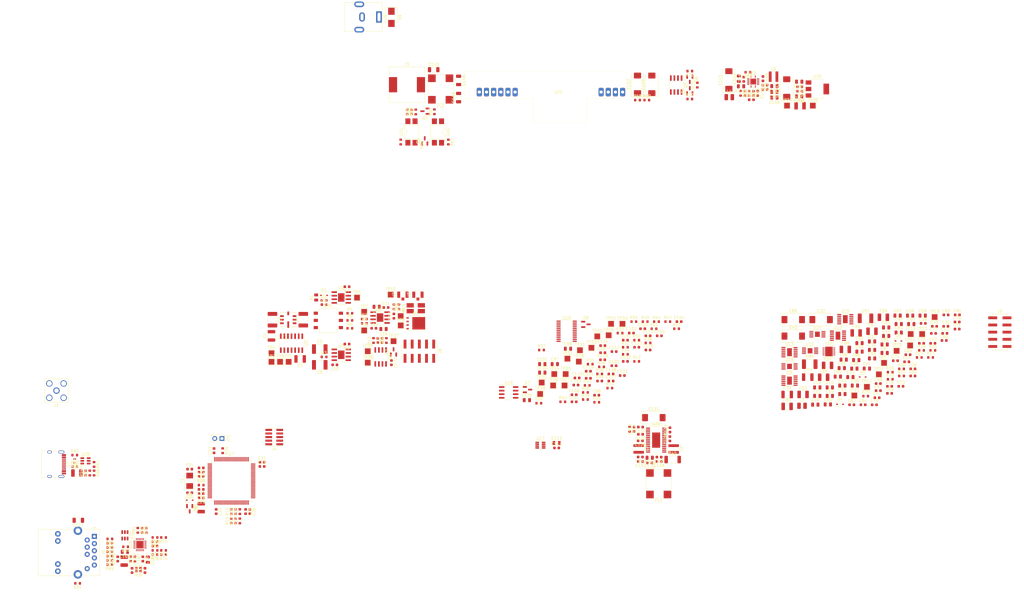
<source format=kicad_pcb>
(kicad_pcb (version 20211014) (generator pcbnew)
  (layers (0 "F.Cu" signal) (31 "B.Cu" signal) (34 "B.Paste" user) (35 "F.Paste" user) (36 "B.SilkS" user "B.Silkscreen") (37 "F.SilkS" user "F.Silkscreen") (38 "B.Mask" user) (39 "F.Mask" user) (44 "Edge.Cuts" user))
  (net 0 "")
  (net 1 "+5VA")
  (net 2 "GND")
  (net 3 "Net-(C2-Pad2)")
  (net 4 "Net-(C5-Pad1)")
  (net 5 "Net-(C5-Pad2)")
  (net 6 "Net-(C6-Pad1)")
  (net 7 "+9VA")
  (net 8 "-6V")
  (net 9 "+15V")
  (net 10 "Net-(C13-Pad1)")
  (net 11 "Net-(C13-Pad2)")
  (net 12 "/MCU/PD_MON")
  (net 13 "/driveStage/PD_C")
  (net 14 "Net-(C17-Pad2)")
  (net 15 "Net-(C18-Pad1)")
  (net 16 "Net-(C19-Pad1)")
  (net 17 "+3V3")
  (net 18 "Net-(C21-Pad2)")
  (net 19 "Net-(C22-Pad1)")
  (net 20 "/MCU/VREF")
  (net 21 "+12V")
  (net 22 "+1V8")
  (net 23 "Net-(C37-Pad2)")
  (net 24 "Net-(C38-Pad1)")
  (net 25 "Net-(C38-Pad2)")
  (net 26 "Net-(C40-Pad1)")
  (net 27 "Net-(C42-Pad2)")
  (net 28 "Net-(C43-Pad2)")
  (net 29 "-9V")
  (net 30 "IN")
  (net 31 "Net-(C50-Pad1)")
  (net 32 "Net-(C51-Pad1)")
  (net 33 "Net-(C52-Pad1)")
  (net 34 "Net-(C53-Pad1)")
  (net 35 "Net-(C54-Pad1)")
  (net 36 "Net-(C55-Pad1)")
  (net 37 "Net-(C69-Pad1)")
  (net 38 "Net-(C70-Pad1)")
  (net 39 "Net-(C71-Pad1)")
  (net 40 "Net-(C72-Pad1)")
  (net 41 "Net-(C73-Pad1)")
  (net 42 "Net-(C74-Pad1)")
  (net 43 "+9V")
  (net 44 "+8V")
  (net 45 "+3.3VA")
  (net 46 "/thermostat/DAC_REF")
  (net 47 "/thermostat/ADC_REF")
  (net 48 "/thermostat/ADC_A3V3")
  (net 49 "/thermostat/ADC_D3V3")
  (net 50 "Net-(C102-Pad1)")
  (net 51 "Net-(C103-Pad1)")
  (net 52 "Net-(C104-Pad1)")
  (net 53 "/thermostat/MAXV")
  (net 54 "/thermostat/MAXIP")
  (net 55 "/thermostat/MAXIN")
  (net 56 "Net-(C110-Pad1)")
  (net 57 "Net-(C115-Pad1)")
  (net 58 "Net-(C117-Pad1)")
  (net 59 "/MCU/TEC_ISEN")
  (net 60 "Net-(C119-Pad1)")
  (net 61 "/MCU/TEC_VREF")
  (net 62 "Net-(C122-Pad2)")
  (net 63 "Net-(C123-Pad2)")
  (net 64 "Net-(C125-Pad1)")
  (net 65 "+5V")
  (net 66 "Net-(C132-Pad2)")
  (net 67 "Net-(C133-Pad2)")
  (net 68 "Net-(C135-Pad2)")
  (net 69 "Net-(C136-Pad2)")
  (net 70 "Net-(C141-Pad1)")
  (net 71 "Net-(C145-Pad1)")
  (net 72 "Net-(C145-Pad2)")
  (net 73 "Net-(C146-Pad1)")
  (net 74 "Net-(C147-Pad1)")
  (net 75 "Net-(C148-Pad1)")
  (net 76 "Net-(C149-Pad1)")
  (net 77 "Net-(C149-Pad2)")
  (net 78 "Net-(C150-Pad1)")
  (net 79 "Net-(C151-Pad1)")
  (net 80 "Net-(C152-Pad1)")
  (net 81 "Net-(C152-Pad2)")
  (net 82 "Net-(C158-Pad1)")
  (net 83 "Net-(C162-Pad2)")
  (net 84 "Net-(C163-Pad2)")
  (net 85 "Net-(C164-Pad1)")
  (net 86 "/Ehternet/AVDDT_PHY")
  (net 87 "/Ehternet/ETH_SHIELD")
  (net 88 "Net-(D1-Pad2)")
  (net 89 "/MCU/MCU_RSTn")
  (net 90 "/MCU/RST")
  (net 91 "Net-(FB12-Pad1)")
  (net 92 "Net-(FB12-Pad2)")
  (net 93 "/thermostat/TEC+")
  (net 94 "/thermostat/TEC-")
  (net 95 "Net-(FL3-Pad1)")
  (net 96 "Net-(FL3-Pad2)")
  (net 97 "/MCU/USB_DP")
  (net 98 "/MCU/USB_DN")
  (net 99 "Net-(J1-Pad1)")
  (net 100 "Net-(J2-Pad1)")
  (net 101 "/MCU/SWDIO")
  (net 102 "/MCU/SWCLK")
  (net 107 "Net-(J6-Pad1)")
  (net 108 "Net-(J6-Pad2)")
  (net 109 "Net-(J6-Pad3)")
  (net 110 "Net-(J6-Pad6)")
  (net 111 "/Ehternet/POE_VC-")
  (net 112 "/Ehternet/POE_VC+")
  (net 113 "Net-(J6-Pad11)")
  (net 114 "Net-(J6-Pad13)")
  (net 115 "Net-(J7-PadA5)")
  (net 117 "Net-(J7-PadB5)")
  (net 119 "/driveStage/LD-")
  (net 120 "/thermostat/NTC+")
  (net 121 "/thermostat/NTC-")
  (net 122 "Net-(JP1-Pad1)")
  (net 123 "Net-(L2-Pad1)")
  (net 124 "Net-(L3-Pad1)")
  (net 125 "Net-(Q1-Pad1)")
  (net 126 "Net-(Q2-Pad3)")
  (net 127 "Net-(Q3-Pad1)")
  (net 128 "Net-(Q4-Pad1)")
  (net 129 "Net-(Q5-Pad4)")
  (net 130 "Net-(Q6-Pad1)")
  (net 131 "Net-(R4-Pad1)")
  (net 132 "Net-(R4-Pad2)")
  (net 133 "Net-(R5-Pad1)")
  (net 134 "Net-(R6-Pad1)")
  (net 135 "Net-(R7-Pad2)")
  (net 136 "Net-(R10-Pad2)")
  (net 137 "/MCU/PD_BIAS")
  (net 138 "Net-(R14-Pad2)")
  (net 139 "Net-(R15-Pad2)")
  (net 140 "Net-(R16-Pad2)")
  (net 141 "Net-(R17-Pad2)")
  (net 142 "Net-(R18-Pad2)")
  (net 143 "Net-(R19-Pad2)")
  (net 144 "Net-(R24-Pad2)")
  (net 145 "Net-(R29-Pad2)")
  (net 146 "Net-(R30-Pad2)")
  (net 147 "/MCU/PWM_MAXV")
  (net 148 "/MCU/PWM_MAXIP")
  (net 149 "/MCU/PWM_MAXIN")
  (net 150 "Net-(R41-Pad1)")
  (net 151 "Net-(R42-Pad2)")
  (net 152 "Net-(R45-Pad1)")
  (net 153 "Net-(R46-Pad2)")
  (net 154 "/MCU/TEC_VSEN")
  (net 155 "Net-(R48-Pad2)")
  (net 156 "Net-(R56-Pad2)")
  (net 157 "Net-(R57-Pad2)")
  (net 158 "Net-(R60-Pad2)")
  (net 159 "Net-(R63-Pad1)")
  (net 160 "Net-(R65-Pad1)")
  (net 161 "/MCU/AT_EVENT")
  (net 162 "/MCU/POE_PWR_SRC")
  (net 163 "/Ehternet/RMII_RXD0")
  (net 164 "Net-(R73-Pad2)")
  (net 165 "/Ehternet/RMII_RXD1")
  (net 166 "Net-(R74-Pad2)")
  (net 167 "/Ehternet/RMII_CRS_DV")
  (net 168 "Net-(R75-Pad2)")
  (net 169 "/Ehternet/RMII_REF_CLK")
  (net 170 "Net-(R76-Pad2)")
  (net 171 "/Ehternet/RMII_MDIO")
  (net 172 "Net-(R82-Pad2)")
  (net 173 "/Ehternet/ETH_LED_1")
  (net 174 "Net-(R84-Pad1)")
  (net 175 "/Ehternet/PHY_TD_P")
  (net 176 "/Ehternet/PHY_TD_N")
  (net 177 "/Ehternet/PHY_RD_P")
  (net 178 "/Ehternet/PHY_RD_N")
  (net 179 "/Ehternet/ETH_LED_2")
  (net 180 "Net-(R94-Pad2)")
  (net 181 "Net-(R95-Pad1)")
  (net 182 "/MCU/USB_VBUS")
  (net 183 "/MCU/LDAC_LOAD")
  (net 184 "/MCU/LDAC_CLK")
  (net 185 "/MCU/LDAC_MOSI")
  (net 186 "/MCU/LDAC_CS")
  (net 187 "/MCU/TADC_SYNC")
  (net 188 "/MCU/TADC_MISO")
  (net 189 "/MCU/TDAC_MOSI")
  (net 190 "/MCU/TADC_CLK")
  (net 191 "/MCU/TDAC_CLK")
  (net 192 "/MCU/TADC_CS")
  (net 193 "/MCU/TDAC_SYNC")
  (net 194 "/MCU/TADC_MOSI")
  (net 195 "Net-(U1-Pad6)")
  (net 209 "/Ehternet/RMII_MDC")
  (net 210 "/Ehternet/PHY_NRST")
  (net 211 "/MCU/TEC_SHDN")
  (net 216 "/Ehternet/RMII_TX_EN")
  (net 217 "/Ehternet/RMII_TXD0")
  (net 218 "/Ehternet/RMII_TXD1")
  (net 259 "Net-(U19-Pad5)")
  (net 261 "Net-(U23-Pad3)")
  (footprint "Connector_RJ:RJ45_Abracon_ARJP11A-MA_Horizontal" (layer "F.Cu") (at 172.571 164.216 -90)
    (fp_text reference "J6")
    (fp_text value "RJ45_Abracon_ARJP11A-MASA-B-A-EMU2")
  )
  (footprint "Resistor_SMD:R_0603_1608Metric" (layer "F.Cu") (at 194.056 164.592 180)
    (fp_text reference "R79")
    (fp_text value "10k")
  )
  (footprint "Resistor_SMD:R_0603_1608Metric" (layer "F.Cu") (at 286.512 13.716 90)
    (fp_text reference "R59")
    (fp_text value "82k")
  )
  (footprint "Resistor_SMD:R_0603_1608Metric" (layer "F.Cu") (at 383.667 9.144)
    (fp_text reference "R70")
    (fp_text value "33k2")
  )
  (footprint "Capacitor_SMD:C_0603_1608Metric" (layer "F.Cu") (at 194.056 167.64)
    (fp_text reference "C166")
    (fp_text value "100n")
  )
  (footprint "Capacitor_SMD:C_0603_1608Metric" (layer "F.Cu") (at 364.84 97.14)
    (fp_text reference "C123")
    (fp_text value "100n")
  )
  (footprint "Package_TO_SOT_SMD:SOT-23" (layer "F.Cu") (at 383.667 2.159 -90)
    (fp_text reference "Q6")
    (fp_text value "BC857")
  )
  (footprint "Capacitor_SMD:C_0805_2012Metric" (layer "F.Cu") (at 422.4528 2.9972 180)
    (fp_text reference "C161")
    (fp_text value "10u")
  )
  (footprint "Inductor_SMD:L_1210_3225Metric" (layer "F.Cu") (at 210.425 154.02 90)
    (fp_text reference "FB1")
    (fp_text value "1K@100MHz")
  )
  (footprint "Capacitor_SMD:C_0603_1608Metric" (layer "F.Cu") (at 343.29 110.54)
    (fp_text reference "C103")
    (fp_text value "100n")
  )
  (footprint "Capacitor_SMD:C_0603_1608Metric" (layer "F.Cu") (at 445.097 117.542)
    (fp_text reference "C64")
    (fp_text value "100n")
  )
  (footprint "Package_QFP:LQFP-100_14x14mm_P0.5mm" (layer "F.Cu") (at 221.179 144.518)
    (fp_text reference "U7")
    (fp_text value "STM32F407VGTx")
  )
  (footprint "Capacitor_SMD:C_0603_1608Metric" (layer "F.Cu") (at 379.87 88.07)
    (fp_text reference "C104")
    (fp_text value "100n")
  )
  (footprint "Resistor_SMD:R_0603_1608Metric" (layer "F.Cu") (at 194.056 166.116 180)
    (fp_text reference "R82")
    (fp_text value "10k")
  )
  (footprint "Capacitor_SMD:C_0603_1608Metric" (layer "F.Cu") (at 352.81 99.08)
    (fp_text reference "C107")
    (fp_text value "100n")
  )
  (footprint "TestPoint:TestPoint_Pad_2.0x2.0mm" (layer "F.Cu") (at 418.1348 11.4808)
    (fp_text reference "TP34")
    (fp_text value "TestPoint")
  )
  (footprint "TestPoint:TestPoint_Pad_2.0x2.0mm" (layer "F.Cu") (at 355.75 88.84)
    (fp_text reference "TP21")
    (fp_text value "TestPoint")
  )
  (footprint "Capacitor_SMD:C_0805_2012Metric" (layer "F.Cu") (at 441.997 104.712)
    (fp_text reference "C39")
    (fp_text value "10u")
  )
  (footprint "Resistor_SMD:R_0603_1608Metric" (layer "F.Cu") (at 348.36 103.13)
    (fp_text reference "R31")
    (fp_text value "33")
  )
  (footprint "Resistor_SMD:R_0603_1608Metric" (layer "F.Cu") (at 197.104 164.592 180)
    (fp_text reference "R75")
    (fp_text value "33")
  )
  (footprint "Resistor_SMD:R_0603_1608Metric" (layer "F.Cu") (at 367.84 88.07)
    (fp_text reference "R40")
    (fp_text value "33")
  )
  (footprint "Resistor_SMD:R_0603_1608Metric" (layer "F.Cu") (at 360.83 99.65)
    (fp_text reference "R34")
    (fp_text value "10k")
  )
  (footprint "TestPoint:TestPoint_Pad_2.0x2.0mm" (layer "F.Cu") (at 446.457 111.192)
    (fp_text reference "TP12")
    (fp_text value "TestPoint")
  )
  (footprint "Capacitor_SMD:C_0603_1608Metric" (layer "F.Cu") (at 460.577 102.302)
    (fp_text reference "C41")
    (fp_text value "100n")
  )
  (footprint "TestPoint:TestPoint_Pad_2.0x2.0mm" (layer "F.Cu") (at 450.697 106.742)
    (fp_text reference "TP11")
    (fp_text value "TestPoint")
  )
  (footprint "Diode_SMD:D_SMB" (layer "F.Cu") (at 277.876 -19.812 -90)
    (fp_text reference "D9")
    (fp_text value "SMBJ13A-13-F")
  )
  (footprint "Capacitor_SMD:C_0603_1608Metric" (layer "F.Cu") (at 454.497 110.992)
    (fp_text reference "C76")
    (fp_text value "100n")
  )
  (footprint "TestPoint:TestPoint_Pad_2.0x2.0mm" (layer "F.Cu") (at 350.86 93.29)
    (fp_text reference "TP25")
    (fp_text value "TestPoint")
  )
  (footprint "TestPoint:TestPoint_Pad_2.0x2.0mm" (layer "F.Cu") (at 268.224 84.582)
    (fp_text reference "TP7")
    (fp_text value "TestPoint")
  )
  (footprint "TestPoint:TestPoint_Pad_2.0x2.0mm" (layer "F.Cu") (at 331.16 109.66)
    (fp_text reference "TP22")
    (fp_text value "TestPoint")
  )
  (footprint "Inductor_SMD:L_Wuerth_WE-PD-Typ-LS" (layer "F.Cu") (at 283.402 4.064)
    (fp_text reference "L5")
    (fp_text value "10u")
  )
  (footprint "Capacitor_SMD:C_0805_2012Metric" (layer "F.Cu") (at 438.227 101.532)
    (fp_text reference "C56")
    (fp_text value "10u")
  )
  (footprint "Package_SO:SOIC-8-1EP_3.9x4.9mm_P1.27mm_EP2.29x3mm" (layer "F.Cu") (at 260.096 79.502)
    (fp_text reference "U3")
    (fp_text value "ADA4898-1YRDZ")
  )
  (footprint "Capacitor_SMD:C_0805_2012Metric" (layer "F.Cu") (at 401.828 4.6228 180)
    (fp_text reference "C143")
    (fp_text value "10u")
  )
  (footprint "Package_TO_SOT_SMD:SOT-23-6" (layer "F.Cu") (at 183.388 163.83 -90)
    (fp_text reference "U27")
    (fp_text value "USBLC6-4SC6")
  )
  (footprint "Resistor_SMD:R_0603_1608Metric" (layer "F.Cu") (at 224.141 155.414 90)
    (fp_text reference "R18")
    (fp_text value "10k")
  )
  (footprint "Capacitor_SMD:C_1812_4532Metric" (layer "F.Cu") (at 426.187 103.142)
    (fp_text reference "C84")
    (fp_text value "10u PP")
  )
  (footprint "Resistor_SMD:R_0603_1608Metric" (layer "F.Cu") (at 358.94 92.12)
    (fp_text reference "R33")
    (fp_text value "10k")
  )
  (footprint "Resistor_SMD:R_0603_1608Metric" (layer "F.Cu") (at 454.727 105.972)
    (fp_text reference "R26")
    (fp_text value "51k")
  )
  (footprint "Capacitor_SMD:C_0603_1608Metric" (layer "F.Cu") (at 347.7 108.15)
    (fp_text reference "C121")
    (fp_text value "1u")
  )
  (footprint "Capacitor_SMD:C_0603_1608Metric" (layer "F.Cu") (at 473.837 94.742)
    (fp_text reference "C66")
    (fp_text value "100n")
  )
  (footprint "Capacitor_SMD:C_0603_1608Metric" (layer "F.Cu") (at 350.67 114.14)
    (fp_text reference "C98")
    (fp_text value "100n")
  )
  (footprint "Capacitor_SMD:C_0603_1608Metric" (layer "F.Cu") (at 470.067 92.232)
    (fp_text reference "C72")
    (fp_text value "100n")
  )
  (footprint "Capacitor_SMD:C_0805_2012Metric" (layer "F.Cu") (at 442.207 110.732)
    (fp_text reference "C58")
    (fp_text value "10u")
  )
  (footprint "Resistor_SMD:R_0603_1608Metric" (layer "F.Cu") (at 172.466 138.684 -90)
    (fp_text reference "R97")
    (fp_text value "10k")
  )
  (footprint "Resistor_SMD:R_0603_1608Metric" (layer "F.Cu") (at 368.85 95.6)
    (fp_text reference "R38")
    (fp_text value "10k")
  )
  (footprint "Resistor_SMD:R_0603_1608Metric" (layer "F.Cu") (at 446.037 114.472)
    (fp_text reference "R29")
    (fp_text value "33k2")
  )
  (footprint "TestPoint:TestPoint_Pad_2.0x2.0mm" (layer "F.Cu") (at 330.6 113.71)
    (fp_text reference "TP29")
    (fp_text value "TestPoint")
  )
  (footprint "Capacitor_SMD:C_0603_1608Metric" (layer "F.Cu") (at 466.417 88.682)
    (fp_text reference "C38")
    (fp_text value "1u")
  )
  (footprint "Connector_Coaxial:SMA_Amphenol_132203-12_Horizontal" (layer "F.Cu") (at 159.134 112.522 90)
    (fp_text reference "J1")
    (fp_text value "MOD_IN")
  )
  (footprint "Inductor_SMD:L_1210_3225Metric" (layer "F.Cu") (at 423.827 113.872)
    (fp_text reference "FB3")
    (fp_text value "1K@100MHz")
  )
  (footprint "Resistor_SMD:R_0603_1608Metric" (layer "F.Cu") (at 410.3116 4.2164 180)
    (fp_text reference "R60")
    (fp_text value "82k")
  )
  (footprint "Capacitor_SMD:C_0805_2012Metric" (layer "F.Cu") (at 428.157 117.482)
    (fp_text reference "C48")
    (fp_text value "10u")
  )
  (footprint "Connector_USB:USB_C_Receptacle_HRO_TYPE-C-31-M-12" (layer "F.Cu") (at 157.734 138.621 -90)
    (fp_text reference "J7")
    (fp_text value "USB_C_Receptacle_USB2.0")
  )
  (footprint "Inductor_SMD:L_CommonModeChoke_Wuerth_WE-SL5" (layer "F.Cu") (at 372.6434 145.542)
    (fp_text reference "FL1")
    (fp_text value "5A")
  )
  (footprint "TestPoint:TestPoint_Pad_2.0x2.0mm" (layer "F.Cu") (at 452.537 102.692)
    (fp_text reference "TP17")
    (fp_text value "TestPoint")
  )
  (footprint "Inductor_SMD:L_1210_3225Metric" (layer "F.Cu") (at 448.257 91.472)
    (fp_text reference "FB7")
    (fp_text value "1K@100MHz")
  )
  (footprint "Capacitor_SMD:C_0805_2012Metric" (layer "F.Cu") (at 442.677 101.702)
    (fp_text reference "C88")
    (fp_text value "10u")
  )
  (footprint "Capacitor_SMD:C_0603_1608Metric" (layer "F.Cu") (at 469.827 95.742)
    (fp_text reference "C43")
    (fp_text value "1u")
  )
  (footprint "Capacitor_SMD:C_0805_2012Metric" (layer "F.Cu") (at 452.737 99.162)
    (fp_text reference "C87")
    (fp_text value "10u")
  )
  (footprint "Capacitor_SMD:C_0603_1608Metric" (layer "F.Cu") (at 402.7932 2.1336 90)
    (fp_text reference "C144")
    (fp_text value "100n")
  )
  (footprint "Resistor_SMD:R_0603_1608Metric" (layer "F.Cu") (at 458.737 104.812)
    (fp_text reference "R30")
    (fp_text value "150k")
  )
  (footprint "Capacitor_SMD:C_0603_1608Metric" (layer "F.Cu") (at 277.876 102.616 -90)
    (fp_text reference "C172")
    (fp_text value "100n")
  )
  (footprint "Package_SO:MSOP-12-1EP_3x4mm_P0.65mm_EP1.65x2.85mm" (layer "F.Cu") (at 419.017 98.892)
    (fp_text reference "U13")
    (fp_text value "LT3045xMSE")
  )
  (footprint "Capacitor_SMD:C_0603_1608Metric" (layer "F.Cu") (at 450.047 115.042)
    (fp_text reference "C47")
    (fp_text value "100n")
  )
  (footprint "Resistor_SMD:R_0603_1608Metric" (layer "F.Cu") (at 187.96 162.052 90)
    (fp_text reference "R81")
    (fp_text value "10k")
  )
  (footprint "Capacitor_SMD:C_0805_2012Metric" (layer "F.Cu") (at 452.737 96.152)
    (fp_text reference "C86")
    (fp_text value "10u")
  )
  (footprint "Connector_PinHeader_1.27mm:PinHeader_2x05_P1.27mm_Vertical_SMD" (layer "F.Cu") (at 236.333 128.998 180)
    (fp_text reference "J4")
    (fp_text value "Conn_02x05_Odd_Even")
  )
  (footprint "Package_TO_SOT_SMD:SOT-223-3_TabPin2" (layer "F.Cu") (at 428.9044 5.588)
    (fp_text reference "U25")
    (fp_text value "AMS1117-3.3")
  )
  (footprint "Capacitor_SMD:C_0805_2012Metric" (layer "F.Cu") (at 443.837 95.682)
    (fp_text reference "C52")
    (fp_text value "10u")
  )
  (footprint "Resistor_SMD:R_0603_1608Metric" (layer "F.Cu") (at 350.67 116.65)
    (fp_text reference "R35")
    (fp_text value "10k")
  )
  (footprint "Resistor_SMD:R_0603_1608Metric" (layer "F.Cu") (at 263.144 90.424)
    (fp_text reference "R6")
    (fp_text value "100")
  )
  (footprint "Resistor_SMD:R_0603_1608Metric" (layer "F.Cu") (at 458.737 107.322)
    (fp_text reference "R22")
    (fp_text value "60k4")
  )
  (footprint "Capacitor_SMD:C_0603_1608Metric" (layer "F.Cu") (at 232.015 139.412)
    (fp_text reference "C19")
    (fp_text value "2u2")
  )
  (footprint "Resistor_SMD:R_0603_1608Metric" (layer "F.Cu") (at 178.054 172.72 180)
    (fp_text reference "R83")
    (fp_text value "10k")
  )
  (footprint "Capacitor_SMD:C_0603_1608Metric" (layer "F.Cu") (at 366.1918 125.4506 180)
    (fp_text reference "C130")
    (fp_text value "1u")
  )
  (footprint "Capacitor_SMD:C_0805_2012Metric" (layer "F.Cu") (at 331.36 106.13)
    (fp_text reference "C100")
    (fp_text value "10u")
  )
  (footprint "Package_SO:MSOP-12-1EP_3x4mm_P0.65mm_EP1.65x2.85mm" (layer "F.Cu") (at 438.797 87.192)
    (fp_text reference "U15")
    (fp_text value "LT3094xMSE")
  )
  (footprint "Inductor_SMD:L_1008_2520Metric" (layer "F.Cu") (at 423.457 117.892)
    (fp_text reference "L1")
    (fp_text value "1u")
  )
  (footprint "Package_SO:MSOP-12-1EP_3x4mm_P0.65mm_EP1.65x2.85mm" (layer "F.Cu") (at 419.017 108.992)
    (fp_text reference "U9")
    (fp_text value "LTC3261")
  )
  (footprint "Crystal:Crystal_SMD_2016-4Pin_2.0x1.6mm" (layer "F.Cu") (at 188.214 176.022 180)
    (fp_text reference "Y2")
    (fp_text value "25MHz")
  )
  (footprint "Resistor_SMD:R_0603_1608Metric" (layer "F.Cu") (at 268.274 87.134)
    (fp_text reference "R7")
    (fp_text value "100")
  )
  (footprint "Capacitor_SMD:C_0603_1608Metric" (layer "F.Cu") (at 210.425 150.588 180)
    (fp_text reference "C29")
    (fp_text value "2u2")
  )
  (footprint "Capacitor_SMD:C_0603_1608Metric" (layer "F.Cu") (at 474.507 85.672)
    (fp_text reference "C80")
    (fp_text value "100n")
  )
  (footprint "Capacitor_SMD:C_1206_3216Metric" (layer "F.Cu") (at 301.69 2.54 -90)
    (fp_text reference "C146")
    (fp_text value "4n7")
  )
  (footprint "Inductor_SMD:L_Wuerth_MAPI-4020" (layer "F.Cu") (at 413.3596 1.2192)
    (fp_text reference "L6")
    (fp_text value "3u3")
  )
  (footprint "Resistor_SMD:R_0603_1608Metric" (layer "F.Cu") (at 280.528 82.804 90)
    (fp_text reference "R11")
    (fp_text value "0")
  )
  (footprint "Capacitor_SMD:C_0805_2012Metric" (layer "F.Cu") (at 432.607 117.412)
    (fp_text reference "C85")
    (fp_text value "10u")
  )
  (footprint "Capacitor_SMD:C_0805_2012Metric" (layer "F.Cu") (at 401.066 1.9304 90)
    (fp_text reference "C142")
    (fp_text value "10u")
  )
  (footprint "TestPoint:TestPoint_Pad_2.0x2.0mm" (layer "F.Cu") (at 456.987 98.422)
    (fp_text reference "TP19")
    (fp_text value "TestPoint")
  )
  (footprint "Package_SO:SOIC-14_3.9x8.7mm_P1.27mm" (layer "F.Cu") (at 242.4684 95.7072 -90)
    (fp_text reference "U2")
    (fp_text value "MAX5719xSD")
  )
  (footprint "Capacitor_SMD:C_0603_1608Metric" (layer "F.Cu") (at 376.6058 129.5908 90)
    (fp_text reference "C129")
    (fp_text value "1u")
  )
  (footprint "Resistor_SMD:R_0603_1608Metric" (layer "F.Cu") (at 254 80.518)
    (fp_text reference "R2")
    (fp_text value "100")
  )
  (footprint "Capacitor_SMD:C_0603_1608Metric" (layer "F.Cu") (at 478.447 88.182)
    (fp_text reference "C78")
    (fp_text value "100n")
  )
  (footprint "Connector_Coaxial:U.FL_Hirose_U.FL-R-SMT-1_Vertical" (layer "F.Cu") (at 281.94 78.994 90)
    (fp_text reference "J2")
    (fp_text value "DNP")
  )
  (footprint "Capacitor_SMD:C_0603_1608Metric" (layer "F.Cu") (at 257.81 103.378 180)
    (fp_text reference "C10")
    (fp_text value "100n")
  )
  (footprint "Resistor_SMD:R_0603_1608Metric" (layer "F.Cu") (at 178.054 171.196 180)
    (fp_text reference "R90")
    (fp_text value "220")
  )
  (footprint "Capacitor_SMD:C_0603_1608Metric" (layer "F.Cu") (at 454.497 113.502)
    (fp_text reference "C69")
    (fp_text value "100n")
  )
  (footprint "Inductor_SMD:L_1210_3225Metric" (layer "F.Cu") (at 422.7576 11.5316)
    (fp_text reference "FB10")
    (fp_text value "1K@100MHz")
  )
  (footprint "Diode_SMD:D_SOD-323" (layer "F.Cu") (at 254 78.74)
    (fp_text reference "D1")
    (fp_text value "AQ4020-01FTG-C")
  )
  (footprint "Resistor_SMD:R_0603_1608Metric" (layer "F.Cu") (at 218.045 133.824 -90)
    (fp_text reference "R20")
    (fp_text value "10k")
  )
  (footprint "Connector_BarrelJack:BarrelJack_CUI_PJ-063AH_Horizontal" (layer "F.Cu") (at 273.47 -19.939 -90)
    (fp_text reference "J5")
    (fp_text value "Barrel_Jack")
  )
  (footprint "Resistor_SMD:R_0603_1608Metric" (layer "F.Cu") (at 363.83 88.07)
    (fp_text reference "R55")
    (fp_text value "5k11 5ppm")
  )
  (footprint "Resistor_SMD:R_0603_1608Metric" (layer "F.Cu") (at 404.7236 7.112 -90)
    (fp_text reference "R64")
    (fp_text value "4k12")
  )
  (footprint "Resistor_SMD:R_0603_1608Metric" (layer "F.Cu") (at 465.027 100.762)
    (fp_text reference "R24")
    (fp_text value "470")
  )
  (footprint "Capacitor_SMD:C_0603_1608Metric" (layer "F.Cu") (at 262.128 75.692 180)
    (fp_text reference "C7")
    (fp_text value "100n")
  )
  (footprint "Capacitor_Tantalum_SMD:CP_EIA-7343-15_Kemet-W" (layer "F.Cu") (at 420.342 87.342)
    (fp_text reference "C89")
    (fp_text value "220u")
  )
  (footprint "TestPoint:TestPoint_Pad_2.0x2.0mm" (layer "F.Cu") (at 442.007 114.262)
    (fp_text reference "TP15")
    (fp_text value "TestPoint")
  )
  (footprint "Capacitor_SMD:C_0603_1608Metric" (layer "F.Cu") (at 369.456 138.1506 180)
    (fp_text reference "C139")
    (fp_text value "100n")
  )
  (footprint "Capacitor_SMD:C_0603_1608Metric" (layer "F.Cu") (at 360.83 102.16)
    (fp_text reference "C132")
    (fp_text value "10n")
  )
  (footprint "Capacitor_SMD:C_1206_3216Metric" (layer "F.Cu") (at 292.862 -1.27)
    (fp_text reference "C145")
    (fp_text value "4n7")
  )
  (footprint "Capacitor_SMD:C_0603_1608Metric" (layer "F.Cu") (at 458.507 110.992)
    (fp_text reference "C73")
    (fp_text value "100n")
  )
  (footprint "Package_SO:TSSOP-24_4.4x7.8mm_P0.65mm" (layer "F.Cu") (at 340.01 91.49)
    (fp_text reference "U18")
    (fp_text value "AD7172-2")
  )
  (footprint "Capacitor_SMD:C_0603_1608Metric" (layer "F.Cu") (at 360.83 94.63)
    (fp_text reference "C133")
    (fp_text value "100n")
  )
  (footprint "Resistor_SMD:R_0603_1608Metric" (layer "F.Cu") (at 194.056 169.164 180)
    (fp_text reference "R77")
    (fp_text value "10k")
  )
  (footprint "TestPoint:TestPoint_Pad_2.0x2.0mm" (layer "F.Cu") (at 461.787 96.512)
    (fp_text reference "TP14")
    (fp_text value "TestPoint")
  )
  (footprint "Inductor_SMD:L_1210_3225Metric" (layer "F.Cu") (at 418.177 118.122)
    (fp_text reference "FB4")
    (fp_text value "1K@100MHz")
  )
  (footprint "Resistor_SMD:R_0603_1608Metric" (layer "F.Cu") (at 352.37 104.1)
    (fp_text reference "R46")
    (fp_text value "10k")
  )
  (footprint "Resistor_SMD:R_0603_1608Metric" (layer "F.Cu") (at 189.484 162.052 -90)
    (fp_text reference "R76")
    (fp_text value "33")
  )
  (footprint "Capacitor_SMD:C_0603_1608Metric" (layer "F.Cu") (at 347.7 105.64)
    (fp_text reference "C118")
    (fp_text value "100n")
  )
  (footprint "Resistor_SMD:R_0603_1608Metric" (layer "F.Cu") (at 178.054 165.1 180)
    (fp_text reference "R86")
    (fp_text value "33")
  )
  (footprint "Capacitor_SMD:C_1210_3225Metric" (layer "F.Cu") (at 425.487 107.742)
    (fp_text reference "C77")
    (fp_text value "100n PPS")
  )
  (footprint "Inductor_SMD:L_1210_3225Metric" (layer "F.Cu") (at 452.297 86.522)
    (fp_text reference "FB9")
    (fp_text value "1K@100MHz")
  )
  (footprint "Package_TO_SOT_SMD:SOT-23" (layer "F.Cu") (at 206.361 154.398 -90)
    (fp_text reference "U8")
    (fp_text value "STM809SWX6F")
  )
  (footprint "Capacitor_SMD:C_0805_2012Metric" (layer "F.Cu") (at 437.757 113.742)
    (fp_text reference "C54")
    (fp_text value "10u")
  )
  (footprint "Connector_PinHeader_2.54mm:PinHeader_2x05_P2.54mm_Vertical_SMD" (layer "F.Cu") (at 287.782 98.552 -90)
    (fp_text reference "J8")
    (fp_text value "Conn_02x05_Odd_Even")
  )
  (footprint "TestPoint:TestPoint_Pad_2.0x2.0mm" (layer "F.Cu") (at 339.26 110.7)
    (fp_text reference "TP27")
    (fp_text value "TestPoint")
  )
  (footprint "Capacitor_SMD:C_0603_1608Metric" (layer "F.Cu") (at 372.86 93.09)
    (fp_text reference "C109")
    (fp_text value "100n")
  )
  (footprint "TestPoint:TestPoint_Pad_2.0x2.0mm" (layer "F.Cu") (at 235.3564 99.2632)
    (fp_text reference "TP4")
    (fp_text value "TestPoint")
  )
  (footprint "Capacitor_SMD:C_0603_1608Metric" (layer "F.Cu") (at 450.487 110.022)
    (fp_text reference "C68")
    (fp_text value "100n")
  )
  (footprint "Package_DIP:SMDIP-4_W7.62mm" (layer "F.Cu") (at 294.386 20.828 -90)
    (fp_text reference "U24")
    (fp_text value "ACPL-217-500E")
  )
  (footprint "Resistor_SMD:R_0603_1608Metric" (layer "F.Cu") (at 222.617 155.414 90)
    (fp_text reference "R16")
    (fp_text value "10k")
  )
  (footprint "Capacitor_SMD:C_0603_1608Metric" (layer "F.Cu") (at 478.447 90.692)
    (fp_text reference "C71")
    (fp_text value "100n")
  )
  (footprint "Capacitor_SMD:C_0603_1608Metric" (layer "F.Cu") (at 474.077 92.232)
    (fp_text reference "C42")
    (fp_text value "1u")
  )
  (footprint "Capacitor_SMD:C_0603_1608Metric" (layer "F.Cu") (at 461.017 99.792)
    (fp_text reference "C65")
    (fp_text value "100n")
  )
  (footprint "Diode_SMD:D_SOD-323" (layer "F.Cu") (at 206.361 151.35)
    (fp_text reference "D3")
    (fp_text value "B5819")
  )
  (footprint "Package_SO:SOIC-8-1EP_3.9x4.9mm_P1.27mm_EP2.29x3mm" (layer "F.Cu") (at 273.862 86.626)
    (fp_text reference "U6")
    (fp_text value "ADA4898-1YRDZ")
  )
  (footprint "Capacitor_SMD:C_0805_2012Metric" (layer "F.Cu") (at 437.757 110.732)
    (fp_text reference "C53")
    (fp_text value "10u")
  )
  (footprint "Capacitor_SMD:C_0805_2012Metric" (layer "F.Cu") (at 183.388 169.672 180)
    (fp_text reference "C168")
    (fp_text value "10u")
  )
  (footprint "Resistor_SMD:R_0603_1608Metric" (layer "F.Cu") (at 276.098 94.742 90)
    (fp_text reference "R9")
    (fp_text value "1k")
  )
  (footprint "Capacitor_SMD:C_0805_2012Metric" (layer "F.Cu") (at 461.777 85.922)
    (fp_text reference "C50")
    (fp_text value "10u")
  )
  (footprint "Capacitor_SMD:C_0603_1608Metric" (layer "F.Cu") (at 210.425 149.064 180)
    (fp_text reference "C28")
    (fp_text value "100n")
  )
  (footprint "Capacitor_SMD:C_0603_1608Metric" (layer "F.Cu") (at 271.638 90.424)
    (fp_text reference "C12")
    (fp_text value "100n")
  )
  (footprint "Capacitor_SMD:C_0603_1608Metric" (layer "F.Cu") (at 210.425 142.968 180)
    (fp_text reference "C30")
    (fp_text value "100n")
  )
  (footprint "Resistor_SMD:R_2010_5025Metric" (layer "F.Cu") (at 377.5964 136.9568)
    (fp_text reference "R45")
    (fp_text value "50m")
  )
  (footprint "TestPoint:TestPoint_Pad_2.0x2.0mm" (layer "F.Cu") (at 461.987 92.462)
    (fp_text reference "TP16")
    (fp_text value "TestPoint")
  )
  (footprint "Resistor_SMD:R_0603_1608Metric" (layer "F.Cu") (at 169.418 141.732 90)
    (fp_text reference "R94")
    (fp_text value "5k1")
  )
  (footprint "TestPoint:TestPoint_Pad_2.0x2.0mm" (layer "F.Cu") (at 241.4524 102.3112)
    (fp_text reference "TP1")
    (fp_text value "TestPoint")
  )
  (footprint "Resistor_SMD:R_0603_1608Metric" (layer "F.Cu") (at 410.3116 5.7912)
    (fp_text reference "R61")
    (fp_text value "33k2")
  )
  (footprint "Resistor_SMD:R_0603_1608Metric" (layer "F.Cu") (at 368.427 9.525)
    (fp_text reference "R69")
    (fp_text value "10k")
  )
  (footprint "Package_SO:SOIC-8_3.9x4.9mm_P1.27mm" (layer "F.Cu") (at 319.46 113.16)
    (fp_text reference "U19")
    (fp_text value "RS8552")
  )
  (footprint "Resistor_SMD:R_0603_1608Metric" (layer "F.Cu") (at 351.71 106.61)
    (fp_text reference "R36")
    (fp_text value "10k")
  )
  (footprint "Capacitor_Tantalum_SMD:CP_EIA-7343-15_Kemet-W" (layer "F.Cu") (at 365.125 3.937 90)
    (fp_text reference "C152")
    (fp_text value "220u")
  )
  (footprint "Resistor_SMD:R_Shunt_Ohmite_LVK20" (layer "F.Cu") (at 286.512 83.312 90)
    (fp_text reference "R13")
    (fp_text value "10")
  )
  (footprint "TestPoint:TestPoint_Pad_2.0x2.0mm" (layer "F.Cu") (at 335.21 110.7)
    (fp_text reference "TP20")
    (fp_text value "TestPoint")
  )
  (footprint "Capacitor_SMD:C_1812_4532Metric" (layer "F.Cu") (at 235.712 87.376 -90)
    (fp_text reference "C2")
    (fp_text value "10u PP")
  )
  (footprint "Resistor_SMD:R_0603_1608Metric" (layer "F.Cu") (at 278.75 82.804 -90)
    (fp_text reference "R10")
    (fp_text value "100")
  )
  (footprint "Resistor_SMD:R_0603_1608Metric" (layer "F.Cu") (at 178.054 166.624 180)
    (fp_text reference "R85")
    (fp_text value "33")
  )
  (footprint "Capacitor_SMD:C_0603_1608Metric" (layer "F.Cu") (at 474.437 89.722)
    (fp_text reference "C35")
    (fp_text value "100n")
  )
  (footprint "Resistor_SMD:R_0603_1608Metric" (layer "F.Cu") (at 404.2664 -0.3556 180)
    (fp_text reference "R63")
    (fp_text value "82k")
  )
  (footprint "Resistor_SMD:R_0603_1608Metric" (layer "F.Cu") (at 347.3 110.66)
    (fp_text reference "R43")
    (fp_text value "51")
  )
  (footprint "Capacitor_SMD:C_0603_1608Metric" (layer "F.Cu") (at 368.85 98.11)
    (fp_text reference "C116")
    (fp_text value "100n")
  )
  (footprint "Capacitor_Tantalum_SMD:CP_EIA-7343-15_Kemet-W" (layer "F.Cu") (at 397.51 2.3876 90)
    (fp_text reference "C141")
    (fp_text value "220u")
  )
  (footprint "Resistor_SMD:R_0603_1608Metric" (layer "F.Cu") (at 383.667 -0.762 180)
    (fp_text reference "R72")
    (fp_text value "82k")
  )
  (footprint "Resistor_SMD:R_0603_1608Metric" (layer "F.Cu") (at 360.83 97.14)
    (fp_text reference "R32")
    (fp_text value "33")
  )
  (footprint "Resistor_SMD:R_0603_1608Metric" (layer "F.Cu") (at 378.99 90.58)
    (fp_text reference "R53")
    (fp_text value "20k")
  )
  (footprint "Capacitor_SMD:C_0603_1608Metric" (layer "F.Cu") (at 342.65 116.49)
    (fp_text reference "C111")
    (fp_text value "100n")
  )
  (footprint "Inductor_SMD:L_CommonModeChoke_Wuerth_WE-SL5" (layer "F.Cu") (at 295.34 5.588)
    (fp_text reference "FL2")
    (fp_text value "2x1m")
  )
  (footprint "Capacitor_SMD:C_0603_1608Metric" (layer "F.Cu") (at 462.747 104.812)
    (fp_text reference "C36")
    (fp_text value "100n")
  )
  (footprint "Resistor_SMD:R_0603_1608Metric" (layer "F.Cu") (at 197.104 170.688 180)
    (fp_text reference "R74")
    (fp_text value "33")
  )
  (footprint "TestPoint:TestPoint_Pad_2.0x2.0mm" (layer "F.Cu") (at 277.622 78.486)
    (fp_text reference "TP10")
    (fp_text value "TestPoint")
  )
  (footprint "Package_DFN_QFN:QFN-24-1EP_4x4mm_P0.5mm_EP2.6x2.6mm" (layer "F.Cu") (at 188.722 167.132 90)
    (fp_text reference "U26")
    (fp_text value "LAN8742A")
  )
  (footprint "Capacitor_SMD:C_0805_2012Metric" (layer "F.Cu") (at 457.327 85.922)
    (fp_text reference "C57")
    (fp_text value "10u")
  )
  (footprint "Resistor_SMD:R_0603_1608Metric" (layer "F.Cu") (at 284.988 13.716 90)
    (fp_text reference "R58")
    (fp_text value "20k")
  )
  (footprint "Capacitor_SMD:C_0603_1608Metric" (layer "F.Cu") (at 465.817 95.742)
    (fp_text reference "C75")
    (fp_text value "100n")
  )
  (footprint "Capacitor_SMD:C_0805_2012Metric" (layer "F.Cu") (at 457.737 88.932)
    (fp_text reference "C93")
    (fp_text value "10u")
  )
  (footprint "Capacitor_Tantalum_SMD:CP_EIA-7343-15_Kemet-W" (layer "F.Cu") (at 418.0332 5.2324 90)
    (fp_text reference "C157")
    (fp_text value "220u")
  )
  (footprint "TestPoint:TestPoint_Pad_2.0x2.0mm" (layer "F.Cu") (at 344.33 102.24)
    (fp_text reference "TP28")
    (fp_text value "TestPoint")
  )
  (footprint "Resistor_SMD:R_0603_1608Metric" (layer "F.Cu") (at 178.054 169.672 180)
    (fp_text reference "R87")
    (fp_text value "33")
  )
  (footprint "Resistor_SMD:R_0805_2012Metric" (layer "F.Cu") (at 251.206 79.502 90)
    (fp_text reference "R1")
    (fp_text value "50")
  )
  (footprint "Inductor_SMD:L_Wuerth_MAPI-4030" (layer "F.Cu") (at 377.952 133.223 -90)
    (fp_text reference "L2")
    (fp_text value "6.8u")
  )
  (footprint "Capacitor_SMD:C_0805_2012Metric" (layer "F.Cu") (at 335.81 103.12)
    (fp_text reference "C97")
    (fp_text value "10u")
  )
  (footprint "Capacitor_SMD:C_0805_2012Metric" (layer "F.Cu") (at 336.4484 131.1148)
    (fp_text reference "C113")
    (fp_text value "10u")
  )
  (footprint "TestPoint:TestPoint_Pad_2.0x2.0mm" (layer "F.Cu") (at 278.638 94.996)
    (fp_text reference "TP37")
    (fp_text value "TestPoint")
  )
  (footprint "Capacitor_SMD:C_0603_1608Metric" (layer "F.Cu") (at 406.2476 7.112 -90)
    (fp_text reference "C151")
    (fp_text value "39p")
  )
  (footprint "Inductor_SMD:L_Wuerth_MAPI-4030" (layer "F.Cu") (at 365.5314 133.1976 -90)
    (fp_text reference "L3")
    (fp_text value "6.8u")
  )
  (footprint "Capacitor_SMD:C_0603_1608Metric" (layer "F.Cu") (at 356.82 98.68)
    (fp_text reference "C112")
    (fp_text value "100n")
  )
  (footprint "kirdy:AG5300" (layer "F.Cu") (at 309.0435 6.682)
    (fp_text reference "U23")
    (fp_text value "AG5300")
  )
  (footprint "Capacitor_SMD:C_0603_1608Metric" (layer "F.Cu") (at 210.425 147.54 180)
    (fp_text reference "C27")
    (fp_text value "100n")
  )
  (footprint "Capacitor_Tantalum_SMD:CP_EIA-7343-15_Kemet-W" (layer "F.Cu") (at 420.342 93.192)
    (fp_text reference "C40")
    (fp_text value "220u")
  )
  (footprint "Resistor_SMD:R_0603_1608Metric" (layer "F.Cu") (at 364.84 94.63)
    (fp_text reference "R50")
    (fp_text value "51")
  )
  (footprint "Package_SO:MSOP-12-1EP_3x4mm_P0.65mm_EP1.65x2.85mm" (layer "F.Cu") (at 436.197 93.042)
    (fp_text reference "U12")
    (fp_text value "LT3045xMSE")
  )
  (footprint "Capacitor_SMD:C_1210_3225Metric" (layer "F.Cu") (at 235.3564 93.1164 90)
    (fp_text reference "C3")
    (fp_text value "100n PPS")
  )
  (footprint "Capacitor_SMD:C_0603_1608Metric" (layer "F.Cu") (at 366.1286 136.0678 180)
    (fp_text reference "C140")
    (fp_text value "100n")
  )
  (footprint "Resistor_SMD:R_0603_1608Metric" (layer "F.Cu") (at 197.104 169.164 180)
    (fp_text reference "R73")
    (fp_text value "33")
  )
  (footprint "Capacitor_SMD:C_0603_1608Metric" (layer "F.Cu") (at 232.015 137.888)
    (fp_text reference "C31")
    (fp_text value "100n")
  )
  (footprint "TestPoint:TestPoint_Pad_2.0x2.0mm" (layer "F.Cu") (at 238.4044 102.3112)
    (fp_text reference "TP3")
    (fp_text value "TestPoint")
  )
  (footprint "Capacitor_SMD:C_1210_3225Metric" (layer "F.Cu") (at 245.5164 101.2952 180)
    (fp_text reference "C4")
    (fp_text value "100n PPS")
  )
  (footprint "Resistor_SMD:R_0603_1608Metric" (layer "F.Cu") (at 166.624 180.848 180)
    (fp_text reference "R91")
    (fp_text value "0")
  )
  (footprint "Package_DFN_QFN:DFN-12-1EP_4x4mm_P0.5mm_EP2.66x3.38mm" (layer "F.Cu") (at 432.977 98.642)
    (fp_text reference "U10")
    (fp_text value "LT3081xDF")
  )
  (footprint "Capacitor_SMD:C_0603_1608Metric" (layer "F.Cu") (at 470.427 89.722)
    (fp_text reference "C46")
    (fp_text value "100n")
  )
  (footprint "TestPoint:TestPoint_Pad_2.0x2.0mm" (layer "F.Cu") (at 359.8 88.84)
    (fp_text reference "TP33")
    (fp_text value "TestPoint")
  )
  (footprint "Capacitor_SMD:C_0603_1608Metric" (layer "F.Cu") (at 368.85 93.09)
    (fp_text reference "C117")
    (fp_text value "100n")
  )
  (footprint "Connector_Coaxial:U.FL_Hirose_U.FL-R-SMT-1_Vertical" (layer "F.Cu") (at 287.274 78.994 90)
    (fp_text reference "J3")
    (fp_text value "DNP")
  )
  (footprint "Resistor_SMD:R_0603_1608Metric" (layer "F.Cu") (at 403.2504 7.112 -90)
    (fp_text reference "R65")
    (fp_text value "52k3")
  )
  (footprint "Resistor_SMD:R_0603_1608Metric" (layer "F.Cu") (at 224.141 158.716 90)
    (fp_text reference "R19")
    (fp_text value "10k")
  )
  (footprint "Connector_PinHeader_2.54mm:PinHeader_1x02_P2.54mm_Vertical" (layer "F.Cu") (at 217.791 129.506 -90)
    (fp_text reference "JP1")
    (fp_text value "DNP")
  )
  (footprint "Capacitor_SMD:C_0805_2012Metric" (layer "F.Cu") (at 275.082 90.678 180)
    (fp_text reference "C16")
    (fp_text value "10u")
  )
  (footprint "Capacitor_SMD:C_1206_3216Metric" (layer "F.Cu") (at 166.878 158.496 180)
    (fp_text reference "C171")
    (fp_text value "DNP")
  )
  (footprint "Capacitor_SMD:C_0603_1608Metric" (layer "F.Cu") (at 372.7704 136.0932 180)
    (fp_text reference "C135")
    (fp_text value "1u")
  )
  (footprint "Package_SO:HTSSOP-28-1EP_4.4x9.7mm_P0.65mm_EP2.85x5.4mm" (layer "F.Cu") (at 371.729 130.0734)
    (fp_text reference "U20")
    (fp_text value "MAX1968xUI")
  )
  (footprint "Capacitor_SMD:C_0603_1608Metric" (layer "F.Cu") (at 422.656 4.826 180)
    (fp_text reference "C160")
    (fp_text value "100n")
  )
  (footprint "Capacitor_SMD:C_0603_1608Metric" (layer "F.Cu") (at 462.747 107.322)
    (fp_text reference "C63")
    (fp_text value "100n")
  )
  (footprint "Resistor_SMD:R_0603_1608Metric" (layer "F.Cu") (at 298.069 24.384 -90)
    (fp_text reference "R67")
    (fp_text value "10k")
  )
  (footprint "TestPoint:TestPoint_Pad_2.0x2.0mm" (layer "F.Cu") (at 269.494 102.616)
    (fp_text reference "TP36")
    (fp_text value "TestPoint")
  )
  (footprint "Package_SO:SOIC-8_3.9x4.9mm_P1.27mm" (layer "F.Cu") (at 274.066 100.584 -90)
    (fp_text reference "U5")
    (fp_text value "RS8552")
  )
  (footprint "Capacitor_SMD:C_0805_2012Metric" (layer "F.Cu") (at 440.597 107.722)
    (fp_text reference "C33")
    (fp_text value "10u")
  )
  (footprint "TestPoint:TestPoint_Pad_2.0x2.0mm" (layer "F.Cu") (at 348.78 97.34)
    (fp_text reference "TP23")
    (fp_text value "TestPoint")
  )
  (footprint "Capacitor_SMD:C_0805_2012Metric" (layer "F.Cu") (at 422.402 8.2296 180)
    (fp_text reference "C158")
    (fp_text value "10u")
  )
  (footprint "Capacitor_SMD:C_0805_2012Metric" (layer "F.Cu") (at 448.287 98.092)
    (fp_text reference "C34")
    (fp_text value "10u")
  )
  (footprint "TestPoint:TestPoint_Pad_2.0x2.0mm" (layer "F.Cu") (at 265.684 79.5528)
    (fp_text reference "TP5")
    (fp_text value "TestPoint")
  )
  (footprint "Capacitor_SMD:C_0603_1608Metric" (layer "F.Cu") (at 407.7716 7.112 -90)
    (fp_text reference "C147")
    (fp_text value "1n6")
  )
  (footprint "Capacitor_SMD:C_0805_2012Metric" (layer "F.Cu") (at 428.857 111.392)
    (fp_text reference "C49")
    (fp_text value "10u")
  )
  (footprint "Capacitor_SMD:C_0805_2012Metric" (layer "F.Cu") (at 466.227 85.922)
    (fp_text reference "C59")
    (fp_text value "10u")
  )
  (footprint "TestPoint:TestPoint_Pad_2.0x2.0mm" (layer "F.Cu") (at 470.477 86.442)
    (fp_text reference "TP18")
    (fp_text value "TestPoint")
  )
  (footprint "Capacitor_SMD:C_0603_1608Metric" (layer "F.Cu") (at 456.567 101.922)
    (fp_text reference "C74")
    (fp_text value "100n")
  )
  (footprint "Resistor_SMD:R_0603_1608Metric" (layer "F.Cu") (at 338.64 116.49)
    (fp_text reference "R52")
    (fp_text value "20k")
  )
  (footprint "Resistor_SMD:R_0603_1608Metric" (layer "F.Cu") (at 254 100.584)
    (fp_text reference "R3")
    (fp_text value "2k")
  )
  (footprint "Capacitor_SMD:C_0805_2012Metric" (layer "F.Cu") (at 433.307 114.402)
    (fp_text reference "C55")
    (fp_text value "10u")
  )
  (footprint "Capacitor_SMD:C_0603_1608Metric" (layer "F.Cu") (at 352.81 96.57)
    (fp_text reference "C134")
    (fp_text value "10n")
  )
  (footprint "Resistor_SMD:R_0603_1608Metric" (layer "F.Cu") (at 221.093 158.716 90)
    (fp_text reference "R15")
    (fp_text value "10k")
  )
  (footprint "TestPoint:TestPoint_Pad_2.0x2.0mm" (layer "F.Cu") (at 427.2788 11.4808)
    (fp_text reference "TP35")
    (fp_text value "TestPoint")
  )
  (footprint "Inductor_SMD:L_1210_3225Metric" (layer "F.Cu") (at 442.647 92.072)
    (fp_text reference "FB5")
    (fp_text value "1K@100MHz")
  )
  (footprint "Capacitor_SMD:C_0805_2012Metric" (layer "F.Cu") (at 340.48 97.67)
    (fp_text reference "C96")
    (fp_text value "10u")
  )
  (footprint "Capacitor_SMD:C_0603_1608Metric" (layer "F.Cu") (at 449.107 117.552)
    (fp_text reference "C79")
    (fp_text value "100n")
  )
  (footprint "Resistor_SMD:R_0603_1608Metric" (layer "F.Cu") (at 183.642 167.894 180)
    (fp_text reference "R84")
    (fp_text value "12k1")
  )
  (footprint "Capacitor_SMD:C_0603_1608Metric" (layer "F.Cu") (at 441.087 117.542)
    (fp_text reference "C62")
    (fp_text value "100n")
  )
  (footprint "Capacitor_Tantalum_SMD:CP_EIA-7343-15_Kemet-W" (layer "F.Cu") (at 370.9162 122.0978)
    (fp_text reference "C131")
    (fp_text value "220u")
  )
  (footprint "Capacitor_SMD:C_0805_2012Metric" (layer "F.Cu") (at 462.187 88.932)
    (fp_text reference "C92")
    (fp_text value "10u")
  )
  (footprint "Capacitor_SMD:C_0603_1608Metric" (layer "F.Cu") (at 215.759 155.401 -90)
    (fp_text reference "C24")
    (fp_text value "100n")
  )
  (footprint "Resistor_SMD:R_0603_1608Metric" (layer "F.Cu") (at 221.093 155.414 90)
    (fp_text reference "R14")
    (fp_text value "10k")
  )
  (footprint "Capacitor_SMD:C_0603_1608Metric" (layer "F.Cu") (at 478.517 85.672)
    (fp_text reference "C81")
    (fp_text value "100n")
  )
  (footprint "Resistor_SMD:R_0603_1608Metric" (layer "F.Cu") (at 346.66 115.68)
    (fp_text reference "R39")
    (fp_text value "33")
  )
  (footprint "TestPoint:TestPoint_Pad_2.0x2.0mm" (layer "F.Cu") (at 281.178 86.106)
    (fp_text reference "TP9")
    (fp_text value "TestPoint")
  )
  (footprint "Package_TO_SOT_SMD:SOT-23" (layer "F.Cu") (at 289.814 13.462 180)
    (fp_text reference "Q3")
    (fp_text value "BSS138")
  )
  (footprint "Capacitor_SMD:C_0603_1608Metric" (layer "F.Cu") (at 190.5 176.276 90)
    (fp_text reference "C163")
    (fp_text value "18p")
  )
  (footprint "Resistor_SMD:R_0603_1608Metric" (layer "F.Cu") (at 364.84 102.16)
    (fp_text reference "R42")
    (fp_text value "1k6")
  )
  (footprint "TestPoint:TestPoint_Pad_2.0x2.0mm" (layer "F.Cu") (at 268.224 91.186)
    (fp_text reference "TP6")
    (fp_text value "TestPoint")
  )
  (footprint "Capacitor_SMD:C_0603_1608Metric" (layer "F.Cu") (at 210.425 141.444 180)
    (fp_text reference "C25")
    (fp_text value "100n")
  )
  (footprint "Capacitor_SMD:C_0805_2012Metric" (layer "F.Cu") (at 437.547 104.542)
    (fp_text reference "C95")
    (fp_text value "10u")
  )
  (footprint "Resistor_SMD:R_0603_1608Metric" (layer "F.Cu") (at 469.037 100.762)
    (fp_text reference "R27")
    (fp_text value "33k2")
  )
  (footprint "Inductor_SMD:L_1210_3225Metric" (layer "F.Cu") (at 166.37 141.732)
    (fp_text reference "FB12")
    (fp_text value "1K@100MHz")
  )
  (footprint "Package_TO_SOT_SMD:SOT-23-8" (layer "F.Cu") (at 330.708 131.8768)
    (fp_text reference "U17")
    (fp_text value "AD5680")
  )
  (footprint "Package_SO:MSOP-10-1EP_3x3mm_P0.5mm_EP1.68x1.88mm" (layer "F.Cu") (at 428.907 92.542)
    (fp_text reference "U14")
    (fp_text value "LT3042xMSE")
  )
  (footprint "Inductor_SMD:L_1210_3225Metric" (layer "F.Cu") (at 438.807 97.922)
    (fp_text reference "FB8")
    (fp_text value "1K@100MHz")
  )
  (footprint "Resistor_SMD:R_0603_1608Metric" (layer "F.Cu") (at 346.66 113.17)
    (fp_text reference "R48")
    (fp_text value "10k")
  )
  (footprint "Resistor_SMD:R_0603_1608Metric" (layer "F.Cu") (at 371.85 88.07)
    (fp_text reference "R44")
    (fp_text value "51")
  )
  (footprint "Inductor_SMD:L_1210_3225Metric" (layer "F.Cu") (at 183.134 172.974 -90)
    (fp_text reference "FB11")
    (fp_text value "1K@100MHz")
  )
  (footprint "Resistor_SMD:R_0603_1608Metric" (layer "F.Cu") (at 386.334 4.191 90)
    (fp_text reference "R71")
    (fp_text value "1k3")
  )
  (footprint "Package_TO_SOT_SMD:SOT-23" (layer "F.Cu") (at 289.687 24.003 90)
    (fp_text reference "Q2")
    (fp_text value "BSS138")
  )
  (footprint "Capacitor_SMD:C_0805_2012Metric" (layer "F.Cu") (at 448.287 101.102)
    (fp_text reference "C90")
    (fp_text value "10u")
  )
  (footprint "Resistor_SMD:R_0603_1608Metric" (layer "F.Cu") (at 210.425 146.016)
    (fp_text reference "R21")
    (fp_text value "10k")
  )
  (footprint "Capacitor_SMD:C_0805_2012Metric" (layer "F.Cu") (at 453.287 90.132)
    (fp_text reference "C60")
    (fp_text value "10u")
  )
  (footprint "Capacitor_SMD:C_0603_1608Metric" (layer "F.Cu") (at 355.72 109.12)
    (fp_text reference "C127")
    (fp_text value "100n")
  )
  (footprint "Capacitor_SMD:C_1812_4532Metric" (layer "F.Cu") (at 445.967 86.892)
    (fp_text reference "C91")
    (fp_text value "10u PP")
  )
  (footprint "Capacitor_SMD:C_0603_1608Metric" (layer "F.Cu") (at 366.154 137.668 180)
    (fp_text reference "C137")
    (fp_text value "1u")
  )
  (footprint "Package_DFN_QFN:Texas_S-PVQFN-N14" (layer "F.Cu") (at 406.146 2.9464)
    (fp_text reference "U22")
    (fp_text value "TPS54620")
  )
  (footprint "Capacitor_SMD:C_0603_1608Metric" (layer "F.Cu") (at 355.72 106.61)
    (fp_text reference "C108")
    (fp_text value "100n")
  )
  (footprint "Capacitor_SMD:C_1812_4532Metric" (layer "F.Cu") (at 246.634 87.376 90)
    (fp_text reference "C1")
    (fp_text value "2u PET")
  )
  (footprint "Capacitor_SMD:C_0603_1608Metric" (layer "F.Cu") (at 185.42 172.212 -90)
    (fp_text reference "C169")
    (fp_text value "100n")
  )
  (footprint "Resistor_SMD:R_0603_1608Metric" (layer "F.Cu") (at 263.144 87.63)
    (fp_text reference "R5")
    (fp_text value "10")
  )
  (footprint "Inductor_SMD:L_1008_2520Metric" (layer "F.Cu") (at 397.6624 8.4836)
    (fp_text reference "L4")
    (fp_text value "1u")
  )
  (footprint "TestPoint:TestPoint_Pad_2.0x2.0mm" (layer "F.Cu") (at 269.494 98.552)
    (fp_text reference "TP38")
    (fp_text value "TestPoint")
  )
  (footprint "Capacitor_SMD:C_0805_2012Metric" (layer "F.Cu") (at 446.447 104.712)
    (fp_text reference "C61")
    (fp_text value "10u")
  )
  (footprint "Capacitor_SMD:C_0603_1608Metric" (layer "F.Cu") (at 278.75 86.106 90)
    (fp_text reference "C13")
    (fp_text value "10n")
  )
  (footprint "Capacitor_SMD:C_0603_1608Metric" (layer "F.Cu") (at 189.738 172.212 -90)
    (fp_text reference "C164")
    (fp_text value "100n")
  )
  (footprint "Capacitor_SMD:C_0805_2012Metric" (layer "F.Cu") (at 433.307 111.392)
    (fp_text reference "C45")
    (fp_text value "10u")
  )
  (footprint "Package_SO:MSOP-10-1EP_3x3mm_P0.5mm_EP1.68x1.88mm" (layer "F.Cu") (at 426.307 98.392)
    (fp_text reference "U11")
    (fp_text value "LT3042xMSE")
  )
  (footprint "Capacitor_SMD:C_0603_1608Metric" (layer "F.Cu") (at 185.928 176.276 -90)
    (fp_text reference "C162")
    (fp_text value "18p")
  )
  (footprint "Connector_PinHeader_2.54mm:PinHeader_2x05_P2.54mm_Vertical_SMD" (layer "F.Cu") (at 493.587 91.792)
    (fp_text reference "J9")
    (fp_text value "Conn_02x05_Odd_Even")
  )
  (footprint "Capacitor_SMD:C_0603_1608Metric" (layer "F.Cu") (at 275.956 83.058)
    (fp_text reference "C11")
    (fp_text value "100n")
  )
  (footprint "Capacitor_SMD:C_0603_1608Metric" (layer "F.Cu") (at 343.69 108.03)
    (fp_text reference "C110")
    (fp_text value "1u")
  )
  (footprint "TestPoint:TestPoint_Pad_2.0x2.0mm" (layer "F.Cu") (at 354.91 92.89)
    (fp_text reference "TP26")
    (fp_text value "TestPoint")
  )
  (footprint "TestPoint:TestPoint_Pad_2.0x2.0mm" (layer "F.Cu") (at 344.73 98.19)
    (fp_text reference "TP31")
    (fp_text value "TestPoint")
  )
  (footprint "Crystal:Crystal_SMD_5032-2Pin_5.0x3.2mm" (layer "F.Cu") (at 206.361 144.492 90)
    (fp_text reference "Y1")
    (fp_text value "8MHz")
  )
  (footprint "Capacitor_SMD:C_0603_1608Metric" (layer "F.Cu") (at 210.425 139.92 180)
    (fp_text reference "C20")
    (fp_text value "2u2")
  )
  (footprint "Capacitor_SMD:C_0603_1608Metric" (layer "F.Cu") (at 372.7704 137.6426 180)
    (fp_text reference "C138")
    (fp_text value "100n")
  )
  (footprint "Resistor_SMD:R_0603_1608Metric" (layer "F.Cu") (at 178.054 174.244 180)
    (fp_text reference "R89")
    (fp_text value "220")
  )
  (footprint "Resistor_SMD:R_0603_1608Metric" (layer "F.Cu") (at 375.86 88.07)
    (fp_text reference "R47")
    (fp_text value "10k")
  )
  (footprint "Diode_SMD:D_SOD-323" (layer "F.Cu") (at 436.957 117.382)
    (fp_text reference "D4")
    (fp_text value "B5819")
  )
  (footprint "Capacitor_SMD:C_0603_1608Metric" (layer "F.Cu") (at 366.1918 128.016 180)
    (fp_text reference "C120")
    (fp_text value "1u")
  )
  (footprint "Capacitor_SMD:C_0805_2012Metric" (layer "F.Cu") (at 331.36 103.12)
    (fp_text reference "C101")
    (fp_text value "10u")
  )
  (footprint "Capacitor_SMD:C_0603_1608Metric" (layer "F.Cu") (at 450.487 112.532)
    (fp_text reference "C67")
    (fp_text value "100n")
  )
  (footprint "Resistor_SMD:R_0603_1608Metric" (layer "F.Cu") (at 268.274 88.658)
    (fp_text reference "R8")
    (fp_text value "300")
  )
  (footprint "Capacitor_SMD:C_0603_1608Metric" (layer "F.Cu") (at 186.944 172.212 -90)
    (fp_text reference "C167")
    (fp_text value "100n")
  )
  (footprint "Diode_SMD:D_SOD-323" (layer "F.Cu") (at 457.637 94.922)
    (fp_text reference "D5")
    (fp_text value "B5819")
  )
  (footprint "Capacitor_SMD:C_0805_2012Metric" (layer "F.Cu") (at 436.147 107.552)
    (fp_text reference "C82")
    (fp_text value "10u")
  )
  (footprint "Package_TO_SOT_SMD:TDSON-8-1" (layer "F.Cu") (at 286.512 88.646)
    (fp_text reference "Q1")
    (fp_text value "CSD17507Q5A")
  )
  (footprint "Resistor_SMD:R_0603_1608Metric" (layer "F.Cu") (at 170.942 141.732 90)
    (fp_text reference "R95")
    (fp_text value "10k")
  )
  (footprint "Button_Switch_SMD:SW_DIP_SPSTx03_Slide_Omron_A6S-310x_W8.9mm_P2.54mm" (layer "F.Cu") (at 255.524 87.63)
    (fp_text reference "SW1")
    (fp_text value "SW_DIP_x03")
  )
  (footprint "Resistor_SMD:R_0603_1608Metric" (layer "F.Cu") (at 194.056 170.688 180)
    (fp_text reference "R78")
    (fp_text value "10k")
  )
  (footprint "Capacitor_SMD:C_0805_2012Metric" (layer "F.Cu") (at 443.837 98.692)
    (fp_text reference "C94")
    (fp_text value "10u")
  )
  (footprint "Resistor_SMD:R_0603_1608Metric" (layer "F.Cu") (at 331.09 98.13)
    (fp_text reference "R37")
    (fp_text value "10k")
  )
  (footprint "Resistor_SMD:R_0603_1608Metric" (layer "F.Cu") (at 165.608 139.446)
    (fp_text reference "R93")
    (fp_text value "5k1")
  )
  (footprint "Resistor_SMD:R_0603_1608Metric" (layer "F.Cu") (at 281.178 24.384 -90)
    (fp_text reference "R56")
    (fp_text value "220")
  )
  (footprint "Capacitor_SMD:C_0805_2012Metric" (layer "F.Cu") (at 457.737 91.942)
    (fp_text reference "C83")
    (fp_text value "10u")
  )
  (footprint "Capacitor_SMD:C_0603_1608Metric" (layer "F.Cu") (at 206.361 148.738 180)
    (fp_text reference "C22")
    (fp_text value "12p")
  )
  (footprint "Package_SO:MSOP-10-1EP_3x3mm_P0.5mm_EP1.68x1.88mm" (layer "F.Cu") (at 419.017 103.942)
    (fp_text reference "U16")
    (fp_text value "LT3042xMSE")
  )
  (footprint "Capacitor_SMD:C_0805_2012Metric" (layer "F.Cu") (at 272.654 82.804 180)
    (fp_text reference "C15")
    (fp_text value "10u")
  )
  (footprint "Capacitor_SMD:C_0603_1608Metric" (layer "F.Cu") (at 254 82.042)
    (fp_text reference "C9")
    (fp_text value "100n")
  )
  (footprint "Resistor_SMD:R_0603_1608Metric" (layer "F.Cu") (at 191.008 162.052 90)
    (fp_text reference "R80")
    (fp_text value "1k6")
  )
  (footprint "Resistor_SMD:R_0603_1608Metric" (layer "F.Cu") (at 178.054 168.148 180)
    (fp_text reference "R88")
    (fp_text value "33")
  )
  (footprint "Capacitor_SMD:C_0603_1608Metric" (layer "F.Cu") (at 227.697 155.414 -90)
    (fp_text reference "C26")
    (fp_text value "100n")
  )
  (footprint "Capacitor_SMD:C_0805_2012Metric" (layer "F.Cu") (at 453.287 93.142)
    (fp_text reference "C44")
    (fp_text value "10u")
  )
  (footprint "Resistor_SMD:R_0603_1608Metric" (layer "F.Cu") (at 165.608 135.382)
    (fp_text reference "R92")
    (fp_text value "5k1")
  )
  (footprint "Capacitor_SMD:C_0603_1608Metric" (layer "F.Cu") (at 206.361 140.356)
    (fp_text reference "C21")
    (fp_text value "12p")
  )
  (footprint "Resistor_SMD:R_0603_1608Metric" (layer "F.Cu") (at 370.97 90.58)
    (fp_text reference "R51")
    (fp_text value "51")
  )
  (footprint "Capacitor_SMD:C_0603_1608Metric" (layer "F.Cu") (at 366.96 90.58)
    (fp_text reference "C124")
    (fp_text value "10n")
  )
  (footprint "Capacitor_SMD:C_0805_2012Metric" (layer "F.Cu") (at 325.91 115.89)
    (fp_text reference "C126")
    (fp_text value "10u")
  )
  (footprint "Package_SO:SOIC-8_3.9x4.9mm_P1.27mm" (layer "F.Cu") (at 378.841 4.191 -90)
    (fp_text reference "Q5")
    (fp_text value "AOSP21321")
  )
  (footprint "Capacitor_SMD:C_0603_1608Metric" (layer "F.Cu") (at 214.997 133.824 90)
    (fp_text reference "C23")
    (fp_text value "100n")
  )
  (footprint "Resistor_SMD:R_0603_1608Metric" (layer "F.Cu") (at 401.6756 7.112 -90)
    (fp_text reference "R66")
    (fp_text value "10k")
  )
  (footprint "Capacitor_SMD:C_0805_2012Metric" (layer "F.Cu") (at 448.287 95.082)
    (fp_text reference "C37")
    (fp_text value "10u")
  )
  (footprint "Capacitor_SMD:C_0603_1608Metric" (layer "F.Cu") (at 336.4484 132.842)
    (fp_text reference "C114")
    (fp_text value "100n")
  )
  (footprint "Capacitor_Tantalum_SMD:CP_EIA-7343-15_Kemet-W" (layer "F.Cu") (at 370.205 3.937 90)
    (fp_text reference "C155")
    (fp_text value "220u")
  )
  (footprint "Capacitor_SMD:C_0805_2012Metric" (layer "F.Cu") (at 369.456 136.3218 180)
    (fp_text reference "C136")
    (fp_text value "10u")
  )
  (footprint "Resistor_SMD:R_0603_1608Metric" (layer "F.Cu") (at 222.617 158.716 90)
    (fp_text reference "R17")
    (fp_text value "10k")
  )
  (footprint "Resistor_SMD:R_0603_1608Metric" (layer "F.Cu") (at 271.526 94.742 90)
    (fp_text reference "R12")
    (fp_text value "1k")
  )
  (footprint "Resistor_SMD:R_0603_1608Metric" (layer "F.Cu") (at 469.827 98.252)
    (fp_text reference "R25")
    (fp_text value "80k6")
  )
  (footprint "Capacitor_SMD:C_0805_2012Metric" (layer "F.Cu") (at 413.6644 4.572 180)
    (fp_text reference "C153")
    (fp_text value "10u")
  )
  (footprint "Capacitor_SMD:C_0603_1608Metric" (layer "F.Cu") (at 362.95 92.12)
    (fp_text reference "C102")
    (fp_text value "100n")
  )
  (footprint "Capacitor_SMD:C_0603_1608Metric" (layer "F.Cu") (at 273.05 94.742 -90)
    (fp_text reference "C17")
    (fp_text value "100n")
  )
  (footprint "Capacitor_SMD:C_0603_1608Metric" (layer "F.Cu") (at 226.173 155.401 -90)
    (fp_text reference "C18")
    (fp_text value "2u2")
  )
  (footprint "TestPoint:TestPoint_Pad_2.0x2.0mm" (layer "F.Cu") (at 281.178 89.408)
    (fp_text reference "TP8")
    (fp_text value "TestPoint")
  )
  (footprint "Resistor_SMD:R_0603_1608Metric" (layer "F.Cu") (at 172.466 141.732 -90)
    (fp_text reference "R96")
    (fp_text value "10k")
  )
  (footprint "Capacitor_SMD:C_0603_1608Metric" (layer "F.Cu") (at 359.73 107.18)
    (fp_text reference "C122")
    (fp_text value "10n")
  )
  (footprint "Capacitor_SMD:C_0603_1608Metric" (layer "F.Cu") (at 356.78 103.7)
    (fp_text reference "C105")
    (fp_text value "100n")
  )
  (footprint "Capacitor_SMD:C_0603_1608Metric" (layer "F.Cu") (at 274.574 94.742 90)
    (fp_text reference "C14")
    (fp_text value "1n6")
  )
  (footprint "Capacitor_Tantalum_SMD:CP_EIA-7343-15_Kemet-W" (layer "F.Cu") (at 430.232 87.342)
    (fp_text reference "C32")
    (fp_text value "220u")
  )
  (footprint "Package_TO_SOT_SMD:SOT-23" (layer "F.Cu") (at 383.667 6.223 90)
    (fp_text reference "Q4")
    (fp_text value "BC857")
  )
  (footprint "Capacitor_SMD:C_0603_1608Metric" (layer "F.Cu") (at 376.6312 126.4412 90)
    (fp_text reference "C125")
    (fp_text value "10n")
  )
  (footprint "Capacitor_SMD:C_0603_1608Metric" (layer "F.Cu") (at 352.77 101.59)
    (fp_text reference "C119")
    (fp_text value "100n")
  )
  (footprint "Resistor_SMD:R_0603_1608Metric" (layer "F.Cu") (at 330.14 116.99)
    (fp_text reference "R54")
    (fp_text value "5k11 5ppm")
  )
  (footprint "TestPoint:TestPoint_Pad_2.0x2.0mm" (layer "F.Cu") (at 335.61 106.65)
    (fp_text reference "TP24")
    (fp_text value "TestPoint")
  )
  (footprint "Capacitor_SMD:C_0805_2012Metric" (layer "F.Cu") (at 413.6644 8.636 180)
    (fp_text reference "C156")
    (fp_text value "10u")
  )
  (footprint "Capacitor_SMD:C_0603_1608Metric" (layer "F.Cu") (at 409.6004 1.9304 -90)
    (fp_text reference "C149")
    (fp_text value "100n")
  )
  (footprint "Resistor_SMD:R_0603_1608Metric" (layer "F.Cu") (at 465.817 98.252)
    (fp_text reference "R28")
    (fp_text value "150k")
  )
  (footprint "Capacitor_SMD:C_0805_2012Metric" (layer "F.Cu") (at 191.516 172.466 -90)
    (fp_text reference "C165")
    (fp_text value "10u")
  )
  (footprint "TestPoint:TestPoint_Pad_2.0x2.0mm" (layer "F.Cu") (at 339.66 106.65)
    (fp_text reference "TP30")
    (fp_text value "TestPoint")
  )
  (footprint "Diode_SMD:D_SOD-323" (layer "F.Cu") (at 444.947 107.692)
    (fp_text reference "D6")
    (fp_text value "B5819")
  )
  (footprint "Capacitor_SMD:C_1210_3225Metric" (layer "F.Cu") (at 418.197 113.892)
    (fp_text reference "C70")
    (fp_text value "100n PPS")
  )
  (footprint "Capacitor_SMD:C_0805_2012Metric" (layer "F.Cu") (at 413.6644 6.604 180)
    (fp_text reference "C154")
    (fp_text value "10u")
  )
  (footprint "Capacitor_SMD:C_0603_1608Metric" (layer "F.Cu") (at 180.848 172.212 90)
    (fp_text reference "C170")
    (fp_text value "100n")
  )
  (footprint "Capacitor_SMD:C_1812_4532Metric" (layer "F.Cu") (at 252.476 103.378 180)
    (fp_text reference "C6")
    (fp_text value "2u PET")
  )
  (footprint "Capacitor_SMD:C_0603_1608Metric" (layer "F.Cu") (at 405.4856 9.398)
    (fp_text reference "C150")
    (fp_text value "22n")
  )
  (footprint "Package_TO_SOT_SMD:SOT-23" (layer "F.Cu") (at 278.638 98.806 90)
    (fp_text reference "D2")
    (fp_text value "BAV199")
  )
  (footprint "Resistor_SMD:R_0603_1608Metric" (layer "F.Cu") (at 293.116 13.653 90)
    (fp_text reference "R62")
    (fp_text value "10")
  )
  (footprint "Inductor_SMD:L_1210_3225Metric" (layer "F.Cu") (at 432.517 103.572)
    (fp_text reference "FB2")
    (fp_text value "1K@100MHz")
  )
  (footprint "Capacitor_SMD:C_0603_1608Metric" (layer "F.Cu") (at 422.656 6.4008 180)
    (fp_text reference "C159")
    (fp_text value "100n")
  )
  (footprint "Capacitor_SMD:C_0603_1608Metric" (layer "F.Cu") (at 342.65 113.98)
    (fp_text reference "C106")
    (fp_text value "100n")
  )
  (footprint "Capacitor_SMD:C_0603_1608Metric" (layer "F.Cu") (at 366.1156 130.302 180)
    (fp_text reference "C128")
    (fp_text value "1u")
  )
  (footprint "Capacitor_SMD:C_0603_1608Metric" (layer "F.Cu") (at 363.8804 126.2126 90)
    (fp_text reference "C115")
    (fp_text value "100n")
  )
  (footprint "Package_DIP:SMDIP-4_W7.62mm" (layer "F.Cu") (at 284.988 20.828 90)
    (fp_text reference "U21")
    (fp_text value "ACPL-217-500E")
  )
  (footprint "kirdy:LCC127P500X500X155-8N" (layer "F.Cu") (at 241.3 87.376 180)
    (fp_text reference "U1")
    (fp_text value "LTC6655BHLS8-4.096")
  )
  (footprint "Capacitor_SMD:C_1206_3216Metric" (layer "F.Cu") (at 301.69 8.636 90)
    (fp_text reference "C148")
    (fp_text value "4n7")
  )
  (footprint "Resistor_SMD:R_0603_1608Metric" (layer "F.Cu") (at 365.125 9.525)
    (fp_text reference "R68")
    (fp_text value "33k2")
  )
  (footprint "TestPoint:TestPoint_Pad_2.0x2.0mm" (layer "F.Cu") (at 340.28 101.2)
    (fp_text reference "TP32")
    (fp_text value "TestPoint")
  )
  (footprint "Inductor_SMD:L_1210_3225Metric" (layer "F.Cu") (at 431.117 107.782)
    (fp_text reference "FB6")
    (fp_text value "1K@100MHz")
  )
  (footprint "Resistor_SMD:R_0603_1608Metric" (layer "F.Cu") (at 263.144 85.09)
    (fp_text reference "R4")
    (fp_text value "1")
  )
  (footprint "Package_SO:SOIC-8-1EP_3.9x4.9mm_P1.27mm_EP2.29x3mm" (layer "F.Cu") (at 260.096 99.822)
    (fp_text reference "U4")
    (fp_text value "ADA4898-1YRDZ")
  )
  (footprint "Package_TO_SOT_SMD:SOT-23-6" (layer "F.Cu") (at 169.418 137.414)
    (fp_text reference "U28")
    (fp_text value "USBLC6-4SC6")
  )
  (footprint "Resistor_SMD:R_0603_1608Metric" (layer "F.Cu") (at 355.32 111.63)
    (fp_text reference "R49")
    (fp_text value "10k")
  )
  (footprint "Resistor_SMD:R_0603_1608Metric" (layer "F.Cu") (at 283.464 13.716 -90)
    (fp_text reference "R57")
    (fp_text value "82k")
  )
  (footprint "Package_TO_SOT_SMD:SOT-23" (layer "F.Cu") (at 326.13 112.16)
    (fp_text reference "D7")
    (fp_text value "BAV199")
  )
  (footprint "Inductor_SMD:L_CommonModeChoke_Coilcraft_0603USB" (layer "F.Cu") (at 165.608 137.414)
    (fp_text reference "FL3")
    (fp_text value "90R@100MHz")
  )
  (footprint "Resistor_SMD:R_0603_1608Metric" (layer "F.Cu") (at 454.727 108.482)
    (fp_text reference "R23")
    (fp_text value "9k09")
  )
  (footprint "TestPoint:TestPoint_Pad_2.0x2.0mm" (layer "F.Cu") (at 235.3564 102.3112)
    (fp_text reference "TP2")
    (fp_text value "TestPoint")
  )
  (footprint "Capacitor_SMD:C_0603_1608Metric" (layer "F.Cu") (at 262.128 96.012 180)
    (fp_text reference "C8")
    (fp_text value "100n")
  )
  (footprint "Package_TO_SOT_SMD:SOT-23" (layer "F.Cu") (at 346.83 89.04)
    (fp_text reference "D8")
    (fp_text value "BAV199")
  )
  (footprint "Capacitor_SMD:C_0603_1608Metric" (layer "F.Cu") (at 351.71 109.12)
    (fp_text reference "C99")
    (fp_text value "100n")
  )
  (footprint "Capacitor_SMD:C_0805_2012Metric" (layer "F.Cu") (at 428.857 114.402)
    (fp_text reference "C51")
    (fp_text value "10u")
  )
  (footprint "Capacitor_SMD:C_1812_4532Metric" (layer "F.Cu") (at 252.476 97.79)
    (fp_text reference "C5")
    (fp_text value "2u PET")
  )
  (footprint "Resistor_SMD:R_0603_1608Metric" (layer "F.Cu") (at 362.3056 126.2126 -90)
    (fp_text reference "R41")
    (fp_text value "1k6")
  )
  (footprint "TestPoint:TestPoint_Pad_2.0x2.0mm" (layer "F.Cu") (at 466.037 92.462)
    (fp_text reference "TP13")
    (fp_text value "TestPoint")
  )
)
</source>
